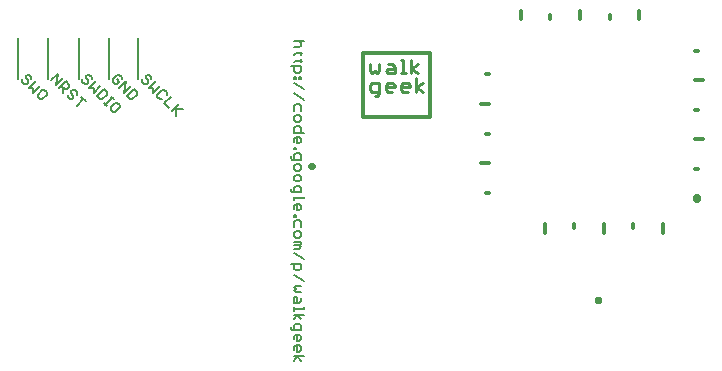
<source format=gbr>
G75*
G70*
%OFA0B0*%
%FSLAX24Y24*%
%IPPOS*%
%LPD*%
%AMOC8*
5,1,8,0,0,1.08239X$1,22.5*
%
%ADD10C,0.0100*%
%ADD11C,0.0070*%
%ADD12C,0.0079*%
%ADD13C,0.0118*%
D10*
X021491Y012257D02*
X021568Y012257D01*
X021644Y012333D01*
X021644Y012717D01*
X021414Y012717D01*
X021337Y012640D01*
X021337Y012487D01*
X021414Y012410D01*
X021644Y012410D01*
X021853Y012487D02*
X021853Y012640D01*
X021930Y012717D01*
X022083Y012717D01*
X022160Y012640D01*
X022160Y012563D01*
X021853Y012563D01*
X021853Y012487D02*
X021930Y012410D01*
X022083Y012410D01*
X022369Y012487D02*
X022369Y012640D01*
X022445Y012717D01*
X022599Y012717D01*
X022676Y012640D01*
X022676Y012563D01*
X022369Y012563D01*
X022369Y012487D02*
X022445Y012410D01*
X022599Y012410D01*
X022884Y012410D02*
X022884Y012870D01*
X022943Y013026D02*
X022712Y013179D01*
X022943Y013333D01*
X022712Y013486D02*
X022712Y013026D01*
X022522Y013026D02*
X022369Y013026D01*
X022445Y013026D02*
X022445Y013486D01*
X022369Y013486D01*
X022160Y013256D02*
X022160Y013026D01*
X021930Y013026D01*
X021853Y013103D01*
X021930Y013179D01*
X022160Y013179D01*
X022160Y013256D02*
X022083Y013333D01*
X021930Y013333D01*
X021644Y013333D02*
X021644Y013103D01*
X021568Y013026D01*
X021491Y013103D01*
X021414Y013026D01*
X021337Y013103D01*
X021337Y013333D01*
X022884Y012563D02*
X023115Y012717D01*
X022884Y012563D02*
X023115Y012410D01*
D11*
X018911Y003598D02*
X018803Y003436D01*
X018803Y003598D02*
X019127Y003598D01*
X019019Y003436D02*
X018911Y003598D01*
X018911Y003744D02*
X018911Y003960D01*
X018857Y003960D02*
X018965Y003960D01*
X019019Y003906D01*
X019019Y003798D01*
X018965Y003744D01*
X018911Y003744D01*
X018803Y003798D02*
X018803Y003906D01*
X018857Y003960D01*
X018911Y004107D02*
X018911Y004323D01*
X018857Y004323D02*
X018965Y004323D01*
X019019Y004269D01*
X019019Y004161D01*
X018965Y004107D01*
X018911Y004107D01*
X018803Y004161D02*
X018803Y004269D01*
X018857Y004323D01*
X018803Y004469D02*
X018803Y004631D01*
X018857Y004685D01*
X018965Y004685D01*
X019019Y004631D01*
X019019Y004469D01*
X018749Y004469D01*
X018695Y004523D01*
X018695Y004577D01*
X018803Y004825D02*
X018911Y004987D01*
X019019Y004825D01*
X019127Y004987D02*
X018803Y004987D01*
X018803Y005121D02*
X018803Y005229D01*
X018803Y005175D02*
X019127Y005175D01*
X019127Y005229D01*
X018965Y005375D02*
X018803Y005375D01*
X018803Y005537D01*
X018857Y005591D01*
X018911Y005537D01*
X018911Y005375D01*
X018965Y005375D02*
X019019Y005429D01*
X019019Y005537D01*
X019019Y005738D02*
X018857Y005738D01*
X018803Y005792D01*
X018857Y005846D01*
X018803Y005900D01*
X018857Y005954D01*
X019019Y005954D01*
X019127Y006100D02*
X018803Y006316D01*
X018857Y006463D02*
X018803Y006517D01*
X018803Y006679D01*
X018695Y006679D02*
X019019Y006679D01*
X019019Y006517D01*
X018965Y006463D01*
X018857Y006463D01*
X019127Y006825D02*
X018803Y007041D01*
X018803Y007188D02*
X018965Y007188D01*
X019019Y007242D01*
X018965Y007296D01*
X018803Y007296D01*
X018803Y007404D02*
X019019Y007404D01*
X019019Y007350D01*
X018965Y007296D01*
X018965Y007551D02*
X018857Y007551D01*
X018803Y007605D01*
X018803Y007713D01*
X018857Y007767D01*
X018965Y007767D01*
X019019Y007713D01*
X019019Y007605D01*
X018965Y007551D01*
X019019Y007913D02*
X019019Y008075D01*
X018965Y008129D01*
X018857Y008129D01*
X018803Y008075D01*
X018803Y007913D01*
X018803Y008256D02*
X018803Y008310D01*
X018857Y008310D01*
X018857Y008256D01*
X018803Y008256D01*
X018911Y008457D02*
X018911Y008673D01*
X018857Y008673D02*
X018965Y008673D01*
X019019Y008619D01*
X019019Y008511D01*
X018965Y008457D01*
X018911Y008457D01*
X018803Y008511D02*
X018803Y008619D01*
X018857Y008673D01*
X018803Y008806D02*
X018803Y008914D01*
X018803Y008860D02*
X019127Y008860D01*
X019127Y008914D01*
X019019Y009061D02*
X018749Y009061D01*
X018695Y009115D01*
X018695Y009169D01*
X018803Y009223D02*
X018803Y009061D01*
X018803Y009223D02*
X018857Y009277D01*
X018965Y009277D01*
X019019Y009223D01*
X019019Y009061D01*
X018965Y009424D02*
X018857Y009424D01*
X018803Y009478D01*
X018803Y009585D01*
X018857Y009639D01*
X018965Y009639D01*
X019019Y009585D01*
X019019Y009478D01*
X018965Y009424D01*
X018965Y009786D02*
X018857Y009786D01*
X018803Y009840D01*
X018803Y009948D01*
X018857Y010002D01*
X018965Y010002D01*
X019019Y009948D01*
X019019Y009840D01*
X018965Y009786D01*
X019019Y010149D02*
X018749Y010149D01*
X018695Y010203D01*
X018695Y010257D01*
X018803Y010311D02*
X018803Y010149D01*
X018803Y010311D02*
X018857Y010365D01*
X018965Y010365D01*
X019019Y010311D01*
X019019Y010149D01*
X018857Y010492D02*
X018803Y010492D01*
X018803Y010546D01*
X018857Y010546D01*
X018857Y010492D01*
X018911Y010692D02*
X018911Y010908D01*
X018857Y010908D02*
X018965Y010908D01*
X019019Y010854D01*
X019019Y010746D01*
X018965Y010692D01*
X018911Y010692D01*
X018803Y010746D02*
X018803Y010854D01*
X018857Y010908D01*
X018803Y011055D02*
X018803Y011217D01*
X018857Y011271D01*
X018965Y011271D01*
X019019Y011217D01*
X019019Y011055D01*
X019127Y011055D02*
X018803Y011055D01*
X018857Y011417D02*
X018965Y011417D01*
X019019Y011471D01*
X019019Y011579D01*
X018965Y011633D01*
X018857Y011633D01*
X018803Y011579D01*
X018803Y011471D01*
X018857Y011417D01*
X018803Y011780D02*
X018803Y011942D01*
X018857Y011996D01*
X018965Y011996D01*
X019019Y011942D01*
X019019Y011780D01*
X019127Y012142D02*
X018803Y012358D01*
X019127Y012505D02*
X018803Y012721D01*
X018803Y012848D02*
X018803Y012902D01*
X018857Y012902D01*
X018857Y012848D01*
X018803Y012848D01*
X018965Y012848D02*
X018965Y012902D01*
X019019Y012902D01*
X019019Y012848D01*
X018965Y012848D01*
X018965Y013049D02*
X018857Y013049D01*
X018803Y013103D01*
X018803Y013265D01*
X018695Y013265D02*
X019019Y013265D01*
X019019Y013103D01*
X018965Y013049D01*
X019019Y013398D02*
X019019Y013506D01*
X019073Y013452D02*
X018857Y013452D01*
X018803Y013398D01*
X018803Y013640D02*
X018857Y013694D01*
X019073Y013694D01*
X019019Y013748D02*
X019019Y013640D01*
X018965Y013895D02*
X018803Y013895D01*
X018965Y013895D02*
X019019Y013949D01*
X019019Y014056D01*
X018965Y014110D01*
X019127Y014110D02*
X018803Y014110D01*
X014555Y012395D02*
X014479Y012471D01*
X014403Y012471D01*
X014250Y012319D01*
X014250Y012242D01*
X014326Y012166D01*
X014403Y012166D01*
X014468Y012024D02*
X014621Y011871D01*
X014724Y011768D02*
X014954Y011997D01*
X014877Y011844D02*
X014877Y011615D01*
X014801Y011844D02*
X015106Y011844D01*
X014697Y012253D02*
X014468Y012024D01*
X014555Y012319D02*
X014555Y012395D01*
X014337Y012613D02*
X014108Y012384D01*
X014108Y012537D01*
X013955Y012537D01*
X014185Y012766D01*
X014043Y012831D02*
X014043Y012908D01*
X013966Y012984D01*
X013890Y012984D01*
X013852Y012946D01*
X013852Y012869D01*
X013928Y012793D01*
X013928Y012717D01*
X013890Y012679D01*
X013814Y012679D01*
X013737Y012755D01*
X013737Y012831D01*
X013353Y012613D02*
X013124Y012384D01*
X013200Y012766D01*
X012971Y012537D01*
X012906Y012679D02*
X012982Y012755D01*
X012906Y012831D01*
X012906Y012679D02*
X012829Y012679D01*
X012753Y012755D01*
X012753Y012831D01*
X012906Y012984D01*
X012982Y012984D01*
X013058Y012908D01*
X013058Y012831D01*
X013457Y012510D02*
X013571Y012395D01*
X013571Y012319D01*
X013418Y012166D01*
X013342Y012166D01*
X013228Y012280D01*
X013457Y012510D01*
X012918Y012044D02*
X012842Y012044D01*
X012689Y011891D01*
X012689Y011815D01*
X012765Y011739D01*
X012842Y011739D01*
X012994Y011891D01*
X012994Y011968D01*
X012918Y012044D01*
X012785Y012177D02*
X012709Y012253D01*
X012747Y012215D02*
X012518Y011986D01*
X012480Y012024D02*
X012556Y011948D01*
X012414Y012166D02*
X012338Y012166D01*
X012224Y012280D01*
X012453Y012510D01*
X012567Y012395D01*
X012567Y012319D01*
X012414Y012166D01*
X012120Y012384D02*
X012349Y012613D01*
X012196Y012766D02*
X011967Y012537D01*
X012120Y012537D01*
X012120Y012384D01*
X011902Y012679D02*
X011825Y012679D01*
X011749Y012755D01*
X011749Y012831D01*
X011864Y012869D02*
X011940Y012793D01*
X011940Y012717D01*
X011902Y012679D01*
X011864Y012869D02*
X011864Y012946D01*
X011902Y012984D01*
X011978Y012984D01*
X012055Y012908D01*
X012055Y012831D01*
X011563Y012395D02*
X011487Y012471D01*
X011411Y012471D01*
X011372Y012433D01*
X011372Y012357D01*
X011449Y012280D01*
X011449Y012204D01*
X011411Y012166D01*
X011334Y012166D01*
X011258Y012242D01*
X011258Y012319D01*
X011116Y012384D02*
X011116Y012537D01*
X011154Y012499D02*
X011040Y012613D01*
X010963Y012537D02*
X011192Y012766D01*
X011307Y012651D01*
X011307Y012575D01*
X011231Y012499D01*
X011154Y012499D01*
X010860Y012640D02*
X011089Y012869D01*
X010936Y013022D02*
X010707Y012793D01*
X010860Y012640D02*
X010936Y013022D01*
X010341Y012613D02*
X010112Y012384D01*
X010112Y012537D01*
X009959Y012537D01*
X010188Y012766D01*
X010047Y012831D02*
X010047Y012908D01*
X009970Y012984D01*
X009894Y012984D01*
X009856Y012946D01*
X009856Y012869D01*
X009932Y012793D01*
X009932Y012717D01*
X009894Y012679D01*
X009818Y012679D01*
X009741Y012755D01*
X009741Y012831D01*
X010254Y012319D02*
X010407Y012471D01*
X010483Y012471D01*
X010559Y012395D01*
X010559Y012319D01*
X010407Y012166D01*
X010330Y012166D01*
X010254Y012242D01*
X010254Y012319D01*
X011563Y012319D02*
X011563Y012395D01*
X011705Y012253D02*
X011858Y012100D01*
X011781Y012177D02*
X011552Y011948D01*
D12*
X011622Y012832D02*
X011622Y014210D01*
X012626Y014210D02*
X012626Y012832D01*
X013610Y012832D02*
X013610Y014210D01*
X010618Y014210D02*
X010618Y012832D01*
X009614Y012832D02*
X009614Y014210D01*
D13*
X019342Y009919D02*
X019344Y009933D01*
X019350Y009947D01*
X019358Y009959D01*
X019370Y009967D01*
X019384Y009973D01*
X019398Y009975D01*
X019412Y009973D01*
X019426Y009967D01*
X019438Y009959D01*
X019446Y009947D01*
X019452Y009933D01*
X019454Y009919D01*
X019452Y009905D01*
X019446Y009891D01*
X019438Y009879D01*
X019426Y009871D01*
X019412Y009865D01*
X019398Y009863D01*
X019384Y009865D01*
X019370Y009871D01*
X019358Y009879D01*
X019350Y009891D01*
X019344Y009905D01*
X019342Y009919D01*
X021091Y011573D02*
X021091Y013699D01*
X023335Y013699D01*
X023335Y011573D01*
X021091Y011573D01*
X025028Y012006D02*
X025303Y012006D01*
X025303Y011021D02*
X025185Y011021D01*
X025303Y010037D02*
X025028Y010037D01*
X025185Y009053D02*
X025303Y009053D01*
X027154Y007990D02*
X027154Y007714D01*
X028138Y007872D02*
X028138Y007990D01*
X029122Y007990D02*
X029122Y007714D01*
X030106Y007872D02*
X030106Y007990D01*
X031091Y007990D02*
X031091Y007714D01*
X032153Y008856D02*
X032155Y008874D01*
X032161Y008890D01*
X032170Y008905D01*
X032183Y008918D01*
X032198Y008927D01*
X032214Y008933D01*
X032232Y008935D01*
X032250Y008933D01*
X032266Y008927D01*
X032281Y008918D01*
X032294Y008905D01*
X032303Y008890D01*
X032309Y008874D01*
X032311Y008856D01*
X032309Y008838D01*
X032303Y008822D01*
X032294Y008807D01*
X032281Y008794D01*
X032266Y008785D01*
X032250Y008779D01*
X032232Y008777D01*
X032214Y008779D01*
X032198Y008785D01*
X032183Y008794D01*
X032170Y008807D01*
X032161Y008822D01*
X032155Y008838D01*
X032153Y008856D01*
X032154Y009840D02*
X032272Y009840D01*
X032154Y010825D02*
X032429Y010825D01*
X032272Y011809D02*
X032154Y011809D01*
X032154Y012793D02*
X032429Y012793D01*
X032272Y013777D02*
X032154Y013777D01*
X030303Y014840D02*
X030303Y015116D01*
X029319Y014958D02*
X029319Y014840D01*
X028335Y014840D02*
X028335Y015116D01*
X027350Y014958D02*
X027350Y014840D01*
X026366Y014840D02*
X026366Y015116D01*
X025303Y012990D02*
X025185Y012990D01*
X028889Y005451D02*
X028891Y005465D01*
X028897Y005479D01*
X028905Y005491D01*
X028917Y005499D01*
X028931Y005505D01*
X028945Y005507D01*
X028959Y005505D01*
X028973Y005499D01*
X028985Y005491D01*
X028993Y005479D01*
X028999Y005465D01*
X029001Y005451D01*
X028999Y005437D01*
X028993Y005423D01*
X028985Y005411D01*
X028973Y005403D01*
X028959Y005397D01*
X028945Y005395D01*
X028931Y005397D01*
X028917Y005403D01*
X028905Y005411D01*
X028897Y005423D01*
X028891Y005437D01*
X028889Y005451D01*
M02*

</source>
